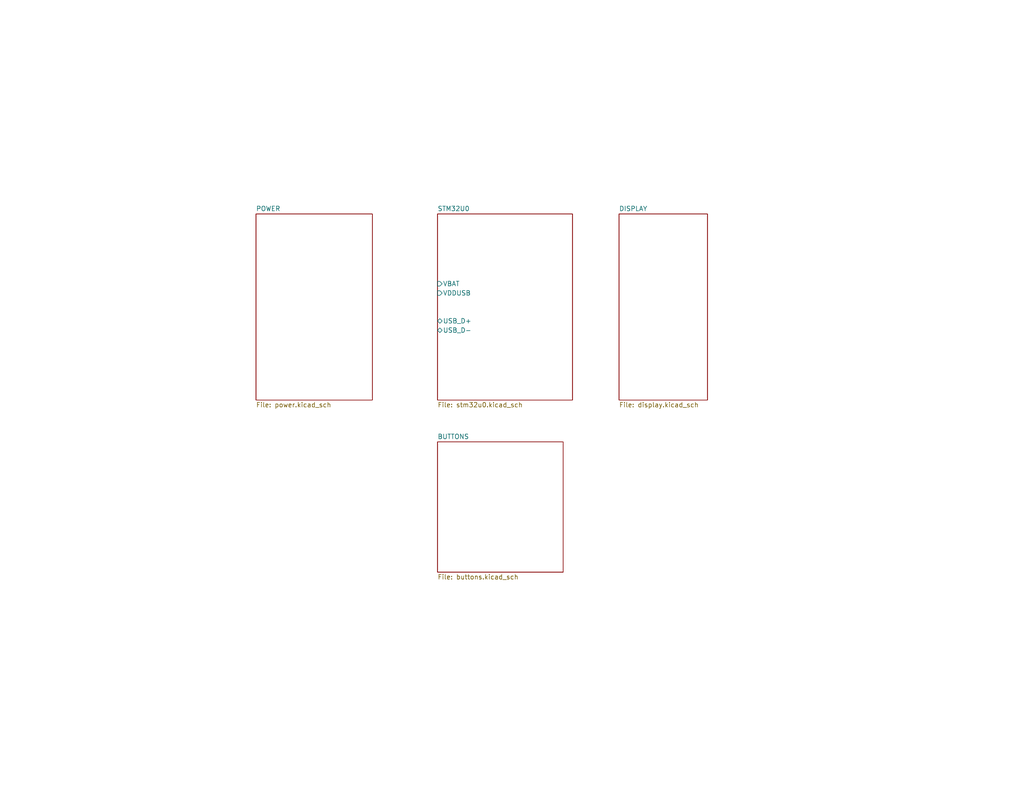
<source format=kicad_sch>
(kicad_sch
	(version 20231120)
	(generator "eeschema")
	(generator_version "8.0")
	(uuid "950a2065-695f-4d26-907b-e78dfd2b04e8")
	(paper "A")
	(title_block
		(title "Chess Timer")
		(rev "A")
		(company "tRichCS")
		(comment 1 "STM32U0 Powered Chess Timer")
	)
	(lib_symbols)
	(sheet
		(at 168.91 58.42)
		(size 24.13 50.8)
		(fields_autoplaced yes)
		(stroke
			(width 0.1524)
			(type solid)
		)
		(fill
			(color 0 0 0 0.0000)
		)
		(uuid "1caf5123-9da0-454f-a032-b2ce08d4637c")
		(property "Sheetname" "DISPLAY"
			(at 168.91 57.7084 0)
			(effects
				(font
					(size 1.27 1.27)
				)
				(justify left bottom)
			)
		)
		(property "Sheetfile" "display.kicad_sch"
			(at 168.91 109.8046 0)
			(effects
				(font
					(size 1.27 1.27)
				)
				(justify left top)
			)
		)
		(instances
			(project "Chess_Timer"
				(path "/950a2065-695f-4d26-907b-e78dfd2b04e8"
					(page "3")
				)
			)
		)
	)
	(sheet
		(at 69.85 58.42)
		(size 31.75 50.8)
		(fields_autoplaced yes)
		(stroke
			(width 0.1524)
			(type solid)
		)
		(fill
			(color 0 0 0 0.0000)
		)
		(uuid "33a2fb3d-9be1-4b6d-8f1c-45f81a4b4519")
		(property "Sheetname" "POWER"
			(at 69.85 57.7084 0)
			(effects
				(font
					(size 1.27 1.27)
				)
				(justify left bottom)
			)
		)
		(property "Sheetfile" "power.kicad_sch"
			(at 69.85 109.8046 0)
			(effects
				(font
					(size 1.27 1.27)
				)
				(justify left top)
			)
		)
		(instances
			(project "Chess_Timer"
				(path "/950a2065-695f-4d26-907b-e78dfd2b04e8"
					(page "4")
				)
			)
		)
	)
	(sheet
		(at 119.38 58.42)
		(size 36.83 50.8)
		(fields_autoplaced yes)
		(stroke
			(width 0.1524)
			(type solid)
		)
		(fill
			(color 0 0 0 0.0000)
		)
		(uuid "af7f9084-31bd-40b5-9945-60737ba151fd")
		(property "Sheetname" "STM32U0"
			(at 119.38 57.7084 0)
			(effects
				(font
					(size 1.27 1.27)
				)
				(justify left bottom)
			)
		)
		(property "Sheetfile" "stm32u0.kicad_sch"
			(at 119.38 109.8046 0)
			(effects
				(font
					(size 1.27 1.27)
				)
				(justify left top)
			)
		)
		(pin "USB_D+" bidirectional
			(at 119.38 87.63 180)
			(effects
				(font
					(size 1.27 1.27)
				)
				(justify left)
			)
			(uuid "f356b3a2-986c-47d5-bcff-0f68dbc0bcdd")
		)
		(pin "USB_D-" bidirectional
			(at 119.38 90.17 180)
			(effects
				(font
					(size 1.27 1.27)
				)
				(justify left)
			)
			(uuid "565184ad-d244-4060-bfcb-ae95060e12c7")
		)
		(pin "VDDUSB" input
			(at 119.38 80.01 180)
			(effects
				(font
					(size 1.27 1.27)
				)
				(justify left)
			)
			(uuid "f143c9c2-6839-4210-852c-5dc82d85941c")
		)
		(pin "VBAT" input
			(at 119.38 77.47 180)
			(effects
				(font
					(size 1.27 1.27)
				)
				(justify left)
			)
			(uuid "f433de11-a22e-469e-9685-24849c84b128")
		)
		(instances
			(project "Chess_Timer"
				(path "/950a2065-695f-4d26-907b-e78dfd2b04e8"
					(page "2")
				)
			)
		)
	)
	(sheet
		(at 119.38 120.65)
		(size 34.29 35.56)
		(fields_autoplaced yes)
		(stroke
			(width 0.1524)
			(type solid)
		)
		(fill
			(color 0 0 0 0.0000)
		)
		(uuid "b7dffafe-2b35-404b-be86-f5ba2a63b9a5")
		(property "Sheetname" "BUTTONS"
			(at 119.38 119.9384 0)
			(effects
				(font
					(size 1.27 1.27)
				)
				(justify left bottom)
			)
		)
		(property "Sheetfile" "buttons.kicad_sch"
			(at 119.38 156.7946 0)
			(effects
				(font
					(size 1.27 1.27)
				)
				(justify left top)
			)
		)
		(instances
			(project "Chess_Timer"
				(path "/950a2065-695f-4d26-907b-e78dfd2b04e8"
					(page "5")
				)
			)
		)
	)
	(sheet_instances
		(path "/"
			(page "1")
		)
	)
)

</source>
